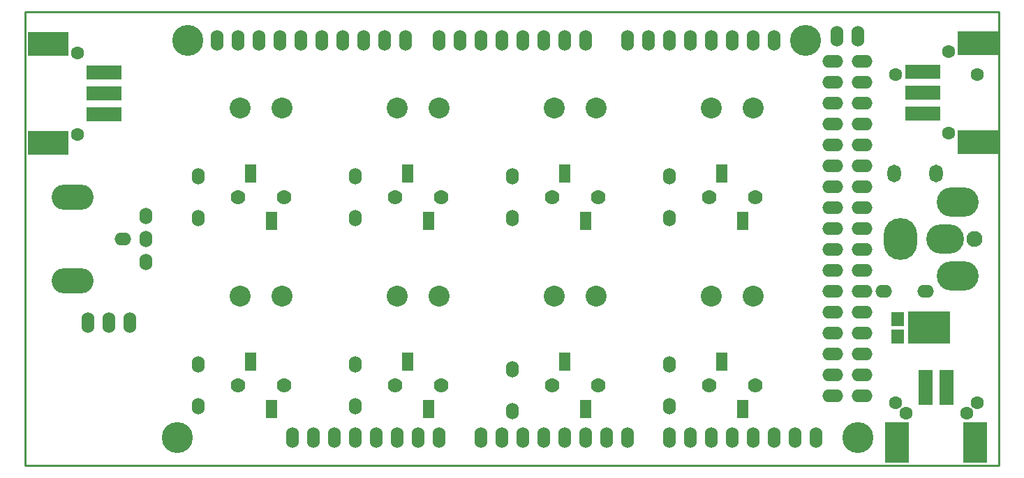
<source format=gts>
G04 #@! TF.GenerationSoftware,KiCad,Pcbnew,no-vcs-found-7571~57~ubuntu16.04.1*
G04 #@! TF.CreationDate,2017-02-02T13:32:18-05:00*
G04 #@! TF.ProjectId,relay_controller_5x3,72656C61795F636F6E74726F6C6C6572,1.2*
G04 #@! TF.FileFunction,Soldermask,Top*
G04 #@! TF.FilePolarity,Negative*
%FSLAX46Y46*%
G04 Gerber Fmt 4.6, Leading zero omitted, Abs format (unit mm)*
G04 Created by KiCad (PCBNEW no-vcs-found-7571~57~ubuntu16.04.1) date Thu Feb  2 13:32:18 2017*
%MOMM*%
%LPD*%
G01*
G04 APERTURE LIST*
%ADD10C,0.100000*%
%ADD11C,0.228600*%
%ADD12C,3.759200*%
%ADD13O,1.524000X2.540000*%
%ADD14O,2.540000X1.524000*%
%ADD15C,2.540000*%
%ADD16R,1.397000X2.260600*%
%ADD17C,1.778000*%
%ADD18C,1.930400*%
%ADD19O,4.572000X3.556000*%
%ADD20O,4.064000X5.080000*%
%ADD21O,5.080000X3.556000*%
%ADD22O,5.080000X3.048000*%
%ADD23O,2.032000X1.524000*%
%ADD24O,1.524000X2.032000*%
%ADD25O,1.651000X2.159000*%
%ADD26R,4.191000X1.778000*%
%ADD27C,1.600200*%
%ADD28R,5.029200X2.997200*%
%ADD29R,1.778000X4.191000*%
%ADD30R,2.997200X5.029200*%
%ADD31R,5.160000X4.000000*%
%ADD32R,1.640000X1.800000*%
G04 APERTURE END LIST*
D10*
D11*
X211455000Y-75311000D02*
X93345000Y-75311000D01*
X211455000Y-130429000D02*
X211455000Y-75311000D01*
X93345000Y-130429000D02*
X211455000Y-130429000D01*
X93345000Y-75311000D02*
X93345000Y-130429000D01*
D12*
X111760000Y-127000000D03*
X113030000Y-78740000D03*
X194310000Y-127000000D03*
X187960000Y-78740000D03*
D13*
X125730000Y-127000000D03*
X128270000Y-127000000D03*
X130810000Y-127000000D03*
X133350000Y-127000000D03*
X135890000Y-127000000D03*
X138430000Y-127000000D03*
X140970000Y-127000000D03*
X143510000Y-127000000D03*
X148590000Y-127000000D03*
X151130000Y-127000000D03*
X153670000Y-127000000D03*
X156210000Y-127000000D03*
X158750000Y-127000000D03*
X161290000Y-127000000D03*
X163830000Y-127000000D03*
X166370000Y-127000000D03*
X171450000Y-127000000D03*
X173990000Y-127000000D03*
X176530000Y-127000000D03*
X179070000Y-127000000D03*
X181610000Y-127000000D03*
X184150000Y-127000000D03*
X186690000Y-127000000D03*
X189230000Y-127000000D03*
X116586000Y-78740000D03*
X119126000Y-78740000D03*
X121666000Y-78740000D03*
X124206000Y-78740000D03*
X126746000Y-78740000D03*
X129286000Y-78740000D03*
X131826000Y-78740000D03*
X134366000Y-78740000D03*
X136906000Y-78740000D03*
X139446000Y-78740000D03*
X143510000Y-78740000D03*
X161290000Y-78740000D03*
X158750000Y-78740000D03*
X156210000Y-78740000D03*
X153670000Y-78740000D03*
X151130000Y-78740000D03*
X148590000Y-78740000D03*
X146050000Y-78740000D03*
X166370000Y-78740000D03*
X168910000Y-78740000D03*
X171450000Y-78740000D03*
X173990000Y-78740000D03*
X176530000Y-78740000D03*
X179070000Y-78740000D03*
X181610000Y-78740000D03*
X184150000Y-78740000D03*
X191770000Y-78232000D03*
X194310000Y-78232000D03*
D14*
X191262000Y-81280000D03*
X194818000Y-81280000D03*
X191262000Y-83820000D03*
X194818000Y-83820000D03*
X191262000Y-86360000D03*
X194818000Y-86360000D03*
X191262000Y-88900000D03*
X194818000Y-88900000D03*
X191262000Y-91440000D03*
X194818000Y-91440000D03*
X191262000Y-93980000D03*
X194818000Y-93980000D03*
X191262000Y-96520000D03*
X194818000Y-96520000D03*
X191262000Y-99060000D03*
X194818000Y-99060000D03*
X191262000Y-101600000D03*
X194818000Y-101600000D03*
X191262000Y-104140000D03*
X194818000Y-104140000D03*
X191262000Y-106680000D03*
X194818000Y-106680000D03*
X191262000Y-109220000D03*
X194818000Y-109220000D03*
X191262000Y-111760000D03*
X194818000Y-111760000D03*
X191262000Y-114300000D03*
X194818000Y-114300000D03*
X191262000Y-116840000D03*
X194818000Y-116840000D03*
X191262000Y-119380000D03*
X194818000Y-119380000D03*
X191262000Y-121920000D03*
X194818000Y-121920000D03*
D15*
X119380000Y-86995000D03*
X124460000Y-86995000D03*
X138430000Y-86995000D03*
X143510000Y-86995000D03*
X157480000Y-86995000D03*
X162560000Y-86995000D03*
X176530000Y-86995000D03*
X181610000Y-86995000D03*
X119380000Y-109855000D03*
X124460000Y-109855000D03*
X138430000Y-109855000D03*
X143510000Y-109855000D03*
X157480000Y-109855000D03*
X162560000Y-109855000D03*
X176530000Y-109855000D03*
X181610000Y-109855000D03*
D16*
X120650000Y-94919800D03*
X123190000Y-100660200D03*
D17*
X119126000Y-97790000D03*
X124714000Y-97790000D03*
D16*
X139700000Y-94919800D03*
X142240000Y-100660200D03*
D17*
X138176000Y-97790000D03*
X143764000Y-97790000D03*
D16*
X158750000Y-94919800D03*
X161290000Y-100660200D03*
D17*
X157226000Y-97790000D03*
X162814000Y-97790000D03*
D16*
X177800000Y-94919800D03*
X180340000Y-100660200D03*
D17*
X176276000Y-97790000D03*
X181864000Y-97790000D03*
D16*
X120650000Y-117779800D03*
X123190000Y-123520200D03*
D17*
X119126000Y-120650000D03*
X124714000Y-120650000D03*
D16*
X139700000Y-117779800D03*
X142240000Y-123520200D03*
D17*
X138176000Y-120650000D03*
X143764000Y-120650000D03*
D16*
X158750000Y-117779800D03*
X161290000Y-123520200D03*
D17*
X157226000Y-120650000D03*
X162814000Y-120650000D03*
D16*
X177800000Y-117779800D03*
X180340000Y-123520200D03*
D17*
X176276000Y-120650000D03*
X181864000Y-120650000D03*
D13*
X103505000Y-113030000D03*
X100965000Y-113030000D03*
X106045000Y-113030000D03*
D18*
X208457800Y-102870000D03*
D19*
X204952600Y-102870000D03*
D20*
X199466200Y-102870000D03*
D21*
X206451200Y-98374200D03*
X206451200Y-107365800D03*
D22*
X99060000Y-107950000D03*
X99060000Y-97790000D03*
D23*
X105156000Y-102870000D03*
D24*
X107950000Y-102870000D03*
X107950000Y-100076000D03*
X107950000Y-105664000D03*
D25*
X198755000Y-94970600D03*
X203835000Y-94970600D03*
D26*
X102870000Y-87757000D03*
X102870000Y-85217000D03*
X102870000Y-82677000D03*
D27*
X99695000Y-90170000D03*
X99695000Y-80264000D03*
D28*
X96139000Y-91211400D03*
X96139000Y-79222600D03*
D27*
X208788000Y-82931000D03*
X198882000Y-82931000D03*
D26*
X202184000Y-82550000D03*
X202184000Y-85090000D03*
X202184000Y-87630000D03*
D27*
X205359000Y-80137000D03*
X205359000Y-90043000D03*
D28*
X208915000Y-79095600D03*
X208915000Y-91084400D03*
D27*
X198882000Y-122809000D03*
X208788000Y-122809000D03*
D29*
X205105000Y-120904000D03*
X202565000Y-120904000D03*
D27*
X207518000Y-124079000D03*
X200152000Y-124079000D03*
D30*
X208559400Y-127635000D03*
X199110600Y-127635000D03*
D24*
X171450000Y-118110000D03*
X171450000Y-123190000D03*
X152400000Y-118745000D03*
X152400000Y-123825000D03*
X133350000Y-118110000D03*
X133350000Y-123190000D03*
X114300000Y-118110000D03*
X114300000Y-123190000D03*
X171450000Y-95250000D03*
X171450000Y-100330000D03*
X152400000Y-95250000D03*
X152400000Y-100330000D03*
X133350000Y-95250000D03*
X133350000Y-100330000D03*
X114300000Y-95250000D03*
X114300000Y-100330000D03*
D23*
X197485000Y-109220000D03*
X202565000Y-109220000D03*
D31*
X202950000Y-113665000D03*
D32*
X199150000Y-114730000D03*
X199150000Y-112600000D03*
M02*

</source>
